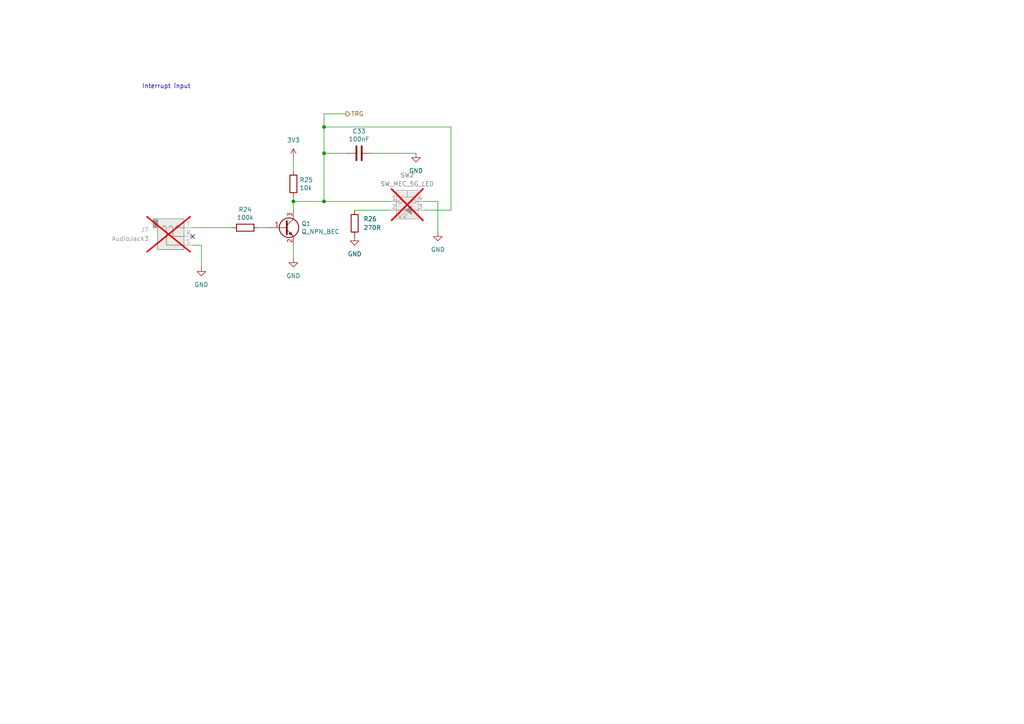
<source format=kicad_sch>
(kicad_sch (version 20231120) (generator "eeschema") (generator_version "8.0")
  (paper "A4")
  (lib_symbols
    (symbol "Connector_Audio:AudioJack3"
      (property "Reference" "J" (at 0 8.89 0))
      (property "Value" "AudioJack3" (at 0 6.35 0))
      (symbol "AudioJack3_0_1"
        (rectangle (start -5.08 -5.08) (end -6.35 -2.54) (stroke (width 0.254)) (fill (type outline)))
        (polyline (pts (xy 0 -2.54) (xy 0.635 -3.175) (xy 1.27 -2.54) (xy 2.54 -2.54)) (stroke (width 0.254)))
        (polyline (pts (xy -1.905 -2.54) (xy -1.27 -3.175) (xy -0.635 -2.54) (xy -0.635 0) (xy 2.54 0)) (stroke (width 0.254)))
        (polyline (pts (xy 2.54 2.54) (xy -2.54 2.54) (xy -2.54 -2.54) (xy -3.175 -3.175) (xy -3.81 -2.54)) (stroke (width 0.254)))
        (rectangle (start 2.54 3.81) (end -5.08 -5.08) (stroke (width 0.254)) (fill (type background)))
      )
      (symbol "AudioJack3_1_1"
        (pin passive line (at 5.08 0 180) (length 2.54) (name "~") (number "R"))
        (pin passive line (at 5.08 2.54 180) (length 2.54) (name "~") (number "S"))
        (pin passive line (at 5.08 -2.54 180) (length 2.54) (name "~") (number "T"))
      )
    )
    (symbol "Device:C" (pin_numbers hide) (pin_names (offset 0.254))
      (property "Reference" "C" (at 0.635 2.54 0))
      (property "Value" "C" (at 0.635 -2.54 0))
      (symbol "C_0_1"
        (polyline (pts (xy -2.032 -0.762) (xy 2.032 -0.762)) (stroke (width 0.508)))
        (polyline (pts (xy -2.032 0.762) (xy 2.032 0.762)) (stroke (width 0.508)))
      )
      (symbol "C_1_1"
        (pin passive line (at 0 3.81 270) (length 2.794) (name "~") (number "1"))
        (pin passive line (at 0 -3.81 90) (length 2.794) (name "~") (number "2"))
      )
    )
    (symbol "Device:Q_NPN_BEC" (pin_names (offset 0) hide)
      (property "Reference" "Q" (at 5.08 1.27 0))
      (property "Value" "Q_NPN_BEC" (at 5.08 -1.27 0))
      (symbol "Q_NPN_BEC_0_1"
        (polyline (pts (xy 0.635 0.635) (xy 2.54 2.54)))
        (polyline (pts (xy 0.635 -0.635) (xy 2.54 -2.54) (xy 2.54 -2.54)))
        (polyline (pts (xy 0.635 1.905) (xy 0.635 -1.905) (xy 0.635 -1.905)) (stroke (width 0.508)))
        (polyline (pts (xy 1.27 -1.778) (xy 1.778 -1.27) (xy 2.286 -2.286) (xy 1.27 -1.778) (xy 1.27 -1.778)) (fill (type outline)))
        (circle (center 1.27 0) (radius 2.8194) (stroke (width 0.254)))
      )
      (symbol "Q_NPN_BEC_1_1"
        (pin input line (at -5.08 0 0) (length 5.715) (name "B") (number "1"))
        (pin passive line (at 2.54 -5.08 90) (length 2.54) (name "E") (number "2"))
        (pin passive line (at 2.54 5.08 270) (length 2.54) (name "C") (number "3"))
      )
    )
    (symbol "Device:R" (pin_numbers hide) (pin_names (offset 0))
      (property "Reference" "R" (at 2.032 0 90))
      (property "Value" "R" (at 0 0 90))
      (symbol "R_0_1"
        (rectangle (start -1.016 -2.54) (end 1.016 2.54) (stroke (width 0.254)))
      )
      (symbol "R_1_1"
        (pin passive line (at 0 3.81 270) (length 1.27) (name "~") (number "1"))
        (pin passive line (at 0 -3.81 90) (length 1.27) (name "~") (number "2"))
      )
    )
    (symbol "Switch:SW_MEC_5G_LED" (pin_names (offset 1.016) hide)
      (property "Reference" "SW" (at 0 7.62 0))
      (property "Value" "SW_MEC_5G_LED" (at 0 -3.81 0))
      (symbol "SW_MEC_5G_LED_0_0"
        (polyline (pts (xy -2.54 0) (xy 2.54 0)))
        (polyline (pts (xy -2.286 -2.159) (xy -1.016 -0.889)))
        (polyline (pts (xy -1.016 -2.159) (xy 0.254 -0.889)))
        (polyline (pts (xy -0.635 1.27) (xy -0.635 -1.27)))
        (polyline (pts (xy -2.286 -1.524) (xy -2.286 -2.159) (xy -1.651 -2.159)))
        (polyline (pts (xy -1.016 -1.524) (xy -1.016 -2.159) (xy -0.381 -2.159)))
        (polyline (pts (xy -0.635 0) (xy 1.27 1.27) (xy 1.27 -1.27) (xy -0.635 0)) (fill (type outline)))
      )
      (symbol "SW_MEC_5G_LED_0_1"
        (circle (center -2.032 2.54) (radius 0.508))
        (polyline (pts (xy 0 3.81) (xy 0 5.588)))
        (polyline (pts (xy 2.54 3.81) (xy -2.54 3.81)))
        (circle (center 2.032 2.54) (radius 0.508))
        (pin passive line (at -5.08 2.54 0) (length 2.54) (name "1") (number "1"))
        (pin passive line (at -5.08 0 0) (length 2.54) (name "2") (number "2"))
        (pin passive line (at 5.08 0 180) (length 2.54) (name "K") (number "3"))
        (pin passive line (at 5.08 2.54 180) (length 2.54) (name "A") (number "4"))
      )
      (symbol "SW_MEC_5G_LED_1_1"
        (rectangle (start -3.175 5.715) (end 3.175 -2.54) (fill (type background)))
      )
    )
    (symbol "power:+3V3" (power) (pin_numbers hide) (pin_names (offset 0) hide)
      (property "Value" "+3V3" (at 0 3.556 0))
      (symbol "+3V3_0_1"
        (polyline (pts (xy -0.762 1.27) (xy 0 2.54)))
        (polyline (pts (xy 0 0) (xy 0 2.54)))
        (polyline (pts (xy 0 2.54) (xy 0.762 1.27)))
      )
      (symbol "+3V3_1_1"
        (pin power_in line (at 0 0 90) (length 0) (name "~") (number "1"))
      )
    )
    (symbol "power:GND" (power) (pin_numbers hide) (pin_names (offset 0) hide)
      (property "Value" "GND" (at 0 -3.81 0))
      (symbol "GND_0_1"
        (polyline (pts (xy 0 0) (xy 0 -1.27) (xy 1.27 -1.27) (xy 0 -2.54) (xy -1.27 -1.27) (xy 0 -1.27)))
      )
      (symbol "GND_1_1"
        (pin power_in line (at 0 0 270) (length 0) (name "~") (number "1"))
      )
    )
  )
  (junction (at 93.98 44.45))
  (junction (at 85.09 58.42))
  (junction (at 93.98 58.42))
  (junction (at 93.98 36.83))
  (no_connect (at 55.88 68.58))
  (wire (pts (xy 85.09 58.42) (xy 85.09 60.96)))
  (wire (pts (xy 93.98 33.02) (xy 93.98 36.83)))
  (wire (pts (xy 93.98 44.45) (xy 93.98 58.42)))
  (wire (pts (xy 120.65 44.45) (xy 107.95 44.45)))
  (wire (pts (xy 127 58.42) (xy 127 67.31)))
  (wire (pts (xy 85.09 57.15) (xy 85.09 58.42)))
  (wire (pts (xy 93.98 36.83) (xy 130.81 36.83)))
  (wire (pts (xy 130.81 36.83) (xy 130.81 60.96)))
  (wire (pts (xy 100.33 44.45) (xy 93.98 44.45)))
  (wire (pts (xy 85.09 45.72) (xy 85.09 49.53)))
  (wire (pts (xy 93.98 36.83) (xy 93.98 44.45)))
  (wire (pts (xy 123.19 58.42) (xy 127 58.42)))
  (wire (pts (xy 102.87 60.96) (xy 113.03 60.96)))
  (wire (pts (xy 123.19 60.96) (xy 130.81 60.96)))
  (wire (pts (xy 58.42 71.12) (xy 58.42 77.47)))
  (wire (pts (xy 67.31 66.04) (xy 55.88 66.04)))
  (wire (pts (xy 74.93 66.04) (xy 77.47 66.04)))
  (wire (pts (xy 85.09 71.12) (xy 85.09 74.93)))
  (wire (pts (xy 100.33 33.02) (xy 93.98 33.02)))
  (wire (pts (xy 85.09 58.42) (xy 93.98 58.42)))
  (wire (pts (xy 58.42 71.12) (xy 55.88 71.12)))
  (wire (pts (xy 93.98 58.42) (xy 113.03 58.42)))
  (text "Interrupt input" (at 48.26 25.146 0) (effects (font (size 1.27 1.27))))
  (hierarchical_label "TRG" (shape output) (at 100.33 33.02 0))
  (symbol (lib_id "power:GND") (at 58.42 77.47 0) (unit 1)
    (property "Reference" "#PWR064" (effects (hide yes)))
    (property "Value" "GND" (at 58.42 82.55 0))
    (property "Description" "Power symbol creates a global label with name \"GND\" , ground" (effects (hide yes)))
    (instances (project "asynthosc" (path "" (reference "#PWR064") (unit 1)) (path "" (reference "#PWR088") (unit 1))))
  )
  (symbol (lib_id "power:GND") (at 102.87 68.58 0) (unit 1)
    (property "Reference" "#PWR067" (effects (hide yes)))
    (property "Value" "GND" (at 102.87 73.66 0))
    (property "Description" "Power symbol creates a global label with name \"GND\" , ground" (effects (hide yes)))
    (instances (project "asynthosc" (path "" (reference "#PWR067") (unit 1)) (path "" (reference "#PWR091") (unit 1))))
  )
  (symbol (lib_id "Switch:SW_MEC_5G_LED") (at 118.11 60.96 0) (unit 1) (dnp yes)
    (property "Reference" "SW2" (at 118.11 50.8 0))
    (property "Value" "SW_MEC_5G_LED" (at 118.11 53.34 0))
    (property "Footprint" "asynthosc:TPB01-X0XLXX_SW_MEC_5G" (effects (hide yes)))
    (property "Datasheet" "http://www.apem.com/int/index.php?controller=attachment&id_attachment=488" (effects (hide yes)))
    (property "Description" "MEC 5G single pole normally-open illuminated tactile switch" (effects (hide yes)))
    (property "LCSC" "C2762115" (effects (hide yes)))
    (property "Manufacturer" "ROCPU" (effects (hide yes)))
    (property "RefNum" "TPB01-3016L6W" (effects (hide yes)))
    (instances (project "asynthosc" (path "" (reference "SW2") (unit 1)) (path "" (reference "SW5") (unit 1))))
  )
  (symbol (lib_id "Connector_Audio:AudioJack3") (at 50.8 68.58 0) (mirror x) (unit 1) (dnp yes)
    (property "Reference" "J7" (at 43.18 66.6749 0) (effects (justify right)))
    (property "Value" "AudioJack3" (at 43.18 69.2149 0) (effects (justify right)))
    (property "Footprint" "asynthosc:Jack_3.5mm_3legs_XKB_PJ-3411_Vertical" (effects (hide yes)))
    (property "Description" "Audio Jack, 3 Poles (Stereo / TRS)" (effects (hide yes)))
    (property "Sim.Device" "V" (effects (hide yes)))
    (property "Sim.Type" "PULSE" (effects (hide yes)))
    (property "Sim.Pins" "S=- T=+" (effects (hide yes)))
    (property "Sim.Params" "y1=0 y2=12 td=0 tr=0 tf=0 tw=0.1 per=1" (effects (hide yes)))
    (property "LCSC" "C381132" (effects (hide yes)))
    (property "Manufacturer" "XKB" (effects (hide yes)))
    (property "RefNum" "PJ-3411 " (effects (hide yes)))
    (instances (project "asynthosc" (path "" (reference "J7") (unit 1)) (path "" (reference "J11") (unit 1))))
  )
  (symbol (lib_id "Device:R") (at 71.12 66.04 270) (unit 1)
    (property "Reference" "R24" (at 71.12 60.7822 90))
    (property "Value" "100k" (at 71.12 63.0936 90))
    (property "Footprint" "Resistor_SMD:R_0402_1005Metric" (effects (hide yes)))
    (property "LCSC" "C25741" (effects (hide yes)))
    (property "RefNum" "_generic_" (effects (hide yes)))
    (property "JLC" "0402" (effects (hide yes)))
    (instances (project "asynthosc" (path "" (reference "R24") (unit 1)) (path "" (reference "R45") (unit 1))))
  )
  (symbol (lib_id "power:GND") (at 85.09 74.93 0) (unit 1)
    (property "Reference" "#PWR066" (effects (hide yes)))
    (property "Value" "GND" (at 85.09 80.01 0))
    (property "Description" "Power symbol creates a global label with name \"GND\" , ground" (effects (hide yes)))
    (instances (project "asynthosc" (path "" (reference "#PWR066") (unit 1)) (path "" (reference "#PWR090") (unit 1))))
  )
  (symbol (lib_id "power:+3V3") (at 85.09 45.72 0) (unit 1)
    (property "Reference" "#PWR065" (effects (hide yes)))
    (property "Value" "3V3" (at 85.09 40.64 0))
    (property "Description" "Power symbol creates a global label with name \"+3V3\"" (effects (hide yes)))
    (instances (project "asynthosc" (path "" (reference "#PWR065") (unit 1)) (path "" (reference "#PWR089") (unit 1))))
  )
  (symbol (lib_id "Device:R") (at 102.87 64.77 0) (unit 1)
    (property "Reference" "R26" (at 105.41 63.4999 0) (effects (justify left)))
    (property "Value" "270R" (at 105.41 66.0399 0) (effects (justify left)))
    (property "Footprint" "Resistor_SMD:R_0402_1005Metric" (effects (hide yes)))
    (property "Description" "Resistor" (effects (hide yes)))
    (property "LCSC" "C144055" (effects (hide yes)))
    (property "RefNum" "_generic_" (effects (hide yes)))
    (property "JLC" "0402" (effects (hide yes)))
    (instances (project "asynthosc" (path "" (reference "R26") (unit 1)) (path "" (reference "R47") (unit 1))))
  )
  (symbol (lib_id "power:GND") (at 127 67.31 0) (unit 1)
    (property "Reference" "#PWR069" (effects (hide yes)))
    (property "Value" "GND" (at 127 72.39 0))
    (property "Description" "Power symbol creates a global label with name \"GND\" , ground" (effects (hide yes)))
    (instances (project "asynthosc" (path "" (reference "#PWR069") (unit 1)) (path "" (reference "#PWR093") (unit 1))))
  )
  (symbol (lib_id "Device:C") (at 104.14 44.45 270) (unit 1)
    (property "Reference" "C33" (at 104.14 38.0492 90))
    (property "Value" "100nF" (at 104.14 40.3606 90))
    (property "Footprint" "Capacitor_SMD:C_0603_1608Metric" (effects (hide yes)))
    (property "LCSC" "C14663" (effects (hide yes)))
    (property "RefNum" "_generic_" (effects (hide yes)))
    (property "JLC" "0603" (effects (hide yes)))
    (instances (project "asynthosc" (path "" (reference "C33") (unit 1)) (path "" (reference "C37") (unit 1))))
  )
  (symbol (lib_id "power:GND") (at 120.65 44.45 0) (unit 1)
    (property "Reference" "#PWR068" (effects (hide yes)))
    (property "Value" "GND" (at 120.65 49.53 0))
    (property "Description" "Power symbol creates a global label with name \"GND\" , ground" (effects (hide yes)))
    (instances (project "asynthosc" (path "" (reference "#PWR068") (unit 1)) (path "" (reference "#PWR092") (unit 1))))
  )
  (symbol (lib_id "Device:Q_NPN_BEC") (at 82.55 66.04 0) (unit 1)
    (property "Reference" "Q1" (at 87.4014 64.8716 0) (effects (justify left)))
    (property "Value" "Q_NPN_BEC" (at 87.4014 67.183 0) (effects (justify left)))
    (property "Footprint" "Package_TO_SOT_SMD:SOT-23" (effects (hide yes)))
    (property "Sim.Device" "NPN" (effects (hide yes)))
    (property "Sim.Type" "VBIC" (effects (hide yes)))
    (property "Sim.Pins" "1=B 2=E 3=C" (effects (hide yes)))
    (property "RefNum" " S8050-J3Y" (effects (hide yes)))
    (property "LCSC" "C18221467 " (effects (hide yes)))
    (property "Manufacturer" "JSMSEMI" (effects (hide yes)))
    (property "JLC" "SOT-23" (effects (hide yes)))
    (instances (project "asynthosc" (path "" (reference "Q1") (unit 1)) (path "" (reference "Q2") (unit 1))))
  )
  (symbol (lib_id "Device:R") (at 85.09 53.34 180) (unit 1)
    (property "Reference" "R25" (at 86.868 52.1716 0) (effects (justify right)))
    (property "Value" "10k" (at 86.868 54.483 0) (effects (justify right)))
    (property "Footprint" "Resistor_SMD:R_0402_1005Metric" (effects (hide yes)))
    (property "LCSC" "C25744" (effects (hide yes)))
    (property "RefNum" "_generic_" (effects (hide yes)))
    (property "JLC" "0402" (effects (hide yes)))
    (instances (project "asynthosc" (path "" (reference "R25") (unit 1)) (path "" (reference "R46") (unit 1))))
  )
)
</source>
